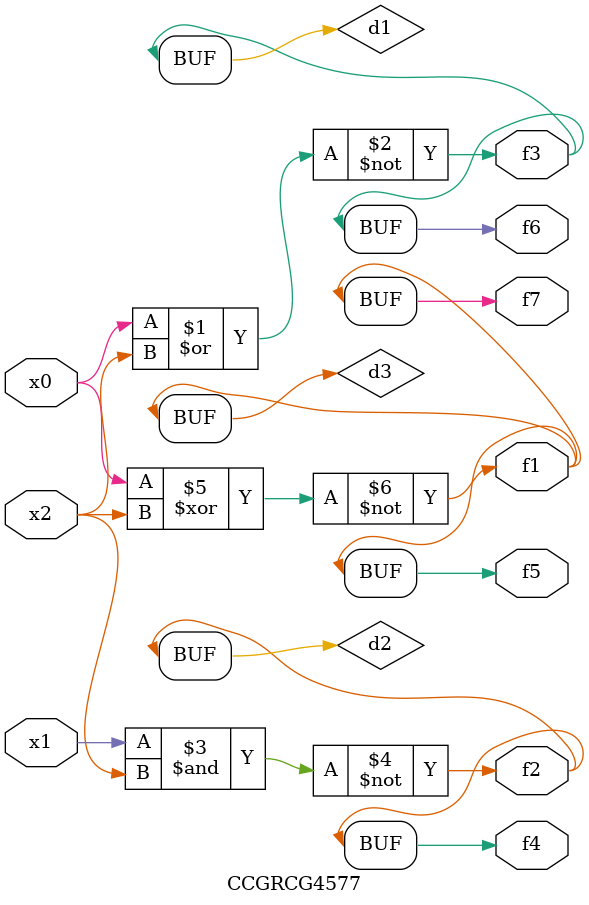
<source format=v>
module CCGRCG4577(
	input x0, x1, x2,
	output f1, f2, f3, f4, f5, f6, f7
);

	wire d1, d2, d3;

	nor (d1, x0, x2);
	nand (d2, x1, x2);
	xnor (d3, x0, x2);
	assign f1 = d3;
	assign f2 = d2;
	assign f3 = d1;
	assign f4 = d2;
	assign f5 = d3;
	assign f6 = d1;
	assign f7 = d3;
endmodule

</source>
